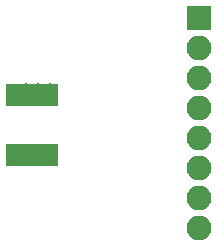
<source format=gbs>
G04 #@! TF.FileFunction,Soldermask,Bot*
%FSLAX46Y46*%
G04 Gerber Fmt 4.6, Leading zero omitted, Abs format (unit mm)*
G04 Created by KiCad (PCBNEW 4.0.6) date 12/04/17 01:24:33*
%MOMM*%
%LPD*%
G01*
G04 APERTURE LIST*
%ADD10C,0.100000*%
%ADD11R,2.100000X2.100000*%
%ADD12O,2.100000X2.100000*%
%ADD13R,4.464000X1.924000*%
%ADD14C,1.162000*%
G04 APERTURE END LIST*
D10*
D11*
X185420000Y-109220000D03*
D12*
X185420000Y-111760000D03*
X185420000Y-114300000D03*
X185420000Y-116840000D03*
X185420000Y-119380000D03*
X185420000Y-121920000D03*
X185420000Y-124460000D03*
X185420000Y-127000000D03*
D13*
X171246800Y-120802400D03*
X171246800Y-115722400D03*
D14*
X172814800Y-116062400D03*
X172814800Y-115362400D03*
X171814800Y-116062400D03*
X170814800Y-116062400D03*
X170814800Y-115362400D03*
X171814800Y-115362400D03*
X172814800Y-120462400D03*
X171814800Y-120462400D03*
X170814800Y-120462400D03*
X170814800Y-121162400D03*
X171814800Y-121162400D03*
X172814800Y-121162400D03*
M02*

</source>
